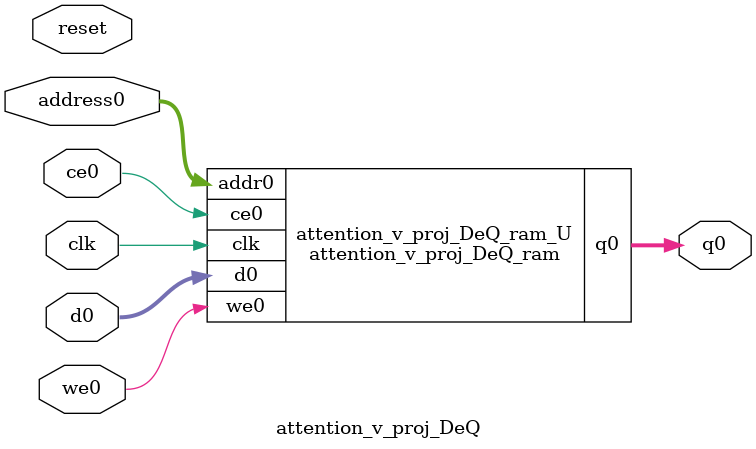
<source format=v>
`timescale 1 ns / 1 ps
module attention_v_proj_DeQ_ram (addr0, ce0, d0, we0, q0,  clk);

parameter DWIDTH = 40;
parameter AWIDTH = 5;
parameter MEM_SIZE = 24;

input[AWIDTH-1:0] addr0;
input ce0;
input[DWIDTH-1:0] d0;
input we0;
output reg[DWIDTH-1:0] q0;
input clk;

(* ram_style = "distributed" *)reg [DWIDTH-1:0] ram[0:MEM_SIZE-1];




always @(posedge clk)  
begin 
    if (ce0) begin
        if (we0) 
            ram[addr0] <= d0; 
        q0 <= ram[addr0];
    end
end


endmodule

`timescale 1 ns / 1 ps
module attention_v_proj_DeQ(
    reset,
    clk,
    address0,
    ce0,
    we0,
    d0,
    q0);

parameter DataWidth = 32'd40;
parameter AddressRange = 32'd24;
parameter AddressWidth = 32'd5;
input reset;
input clk;
input[AddressWidth - 1:0] address0;
input ce0;
input we0;
input[DataWidth - 1:0] d0;
output[DataWidth - 1:0] q0;



attention_v_proj_DeQ_ram attention_v_proj_DeQ_ram_U(
    .clk( clk ),
    .addr0( address0 ),
    .ce0( ce0 ),
    .we0( we0 ),
    .d0( d0 ),
    .q0( q0 ));

endmodule


</source>
